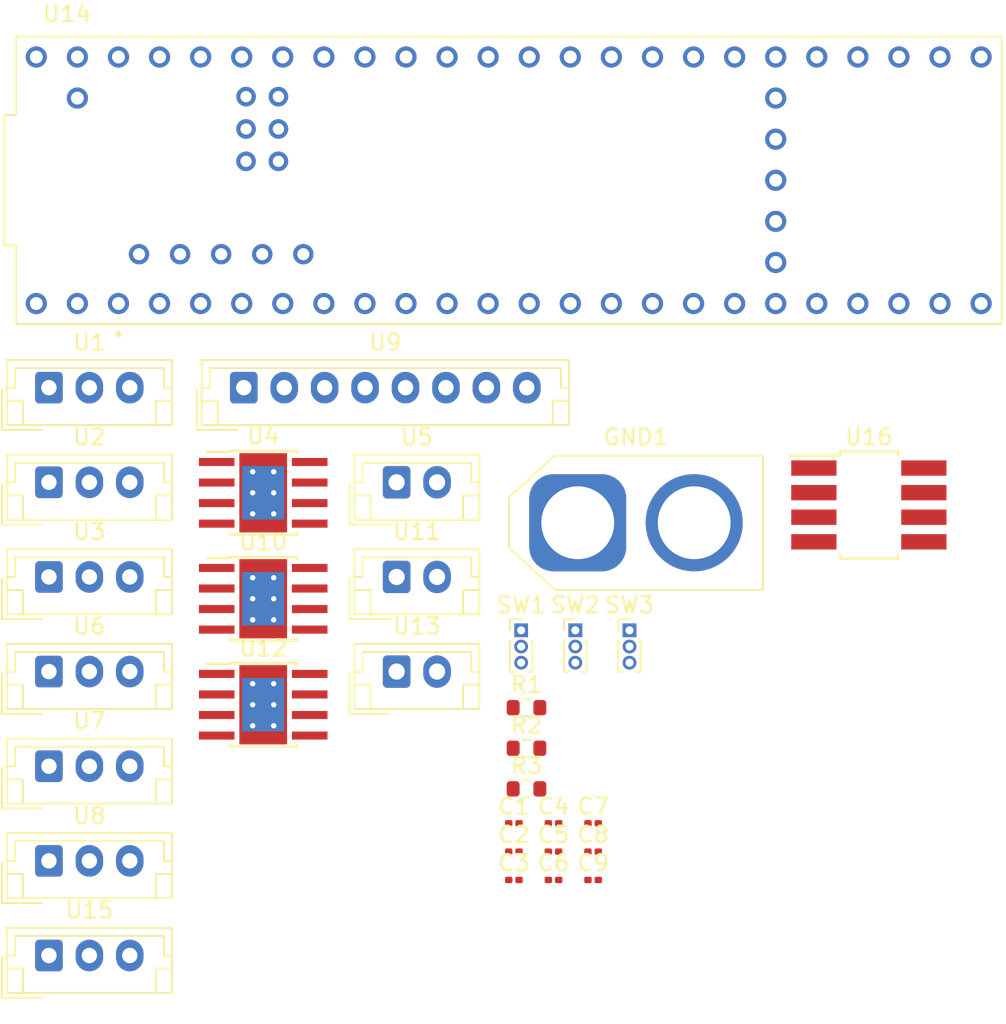
<source format=kicad_pcb>
(kicad_pcb (version 20221018) (generator pcbnew)
  (layers (0 "F.Cu" signal) (31 "B.Cu" signal) (34 "B.Paste" user) (35 "F.Paste" user) (36 "B.SilkS" user "B.Silkscreen") (37 "F.SilkS" user "F.Silkscreen") (38 "B.Mask" user) (39 "F.Mask" user) (44 "Edge.Cuts" user))
  (net 0 "")
  (net 1 "11.1V Converter Source")
  (net 2 "GNDREF")
  (net 3 "Distance Sensor 1 3.3V Power")
  (net 4 "Net-(U16-SPG)")
  (net 5 "Net-(U4-ILIM)")
  (net 6 "Net-(U10-ILIM)")
  (net 7 "Net-(U12-ILIM)")
  (net 8 "SPDT 1 Data")
  (net 9 "SPDT 3.3V Source")
  (net 10 "SPDT 2 Data")
  (net 11 "SPDT 3 Data")
  (net 12 "Distance Sensor Data 1")
  (net 13 "Distance Sensor Data 2")
  (net 14 "Distance Sensor Data 3")
  (net 15 "Motor Driver 1 PWM Low")
  (net 16 "Motor Driver 1 PWM High")
  (net 17 "Net-(U4-OUT1)")
  (net 18 "Net-(U4-OUT2)")
  (net 19 "Line Sensor 1 Data")
  (net 20 "Line Sensor 3 Data")
  (net 21 "Line Sensor 2 Data")
  (net 22 "MPU-6050 5V Power")
  (net 23 "IMU Clock")
  (net 24 "IMU Data")
  (net 29 "Motor Driver 2 PWM Low")
  (net 30 "Motor Driver 2 PWM High")
  (net 31 "Net-(U10-OUT1)")
  (net 32 "Net-(U10-OUT2)")
  (net 33 "Motor Driver 3 PWM Low")
  (net 34 "Motor Driver 3 PWM High")
  (net 35 "Net-(U12-OUT1)")
  (net 36 "Net-(U12-OUT2)")
  (net 49 "Net-(U14-USB_GND-PadUSB_GND1)")
  (net 73 "Start Module Signal")
  (footprint "Capacitor_SMD:C_0201_0603Metric" (layer "F.Cu") (at 66.09 -20.22)
    (fp_text reference "C2" (at 0 -1.05) (layer "F.SilkS"))
    (fp_text value ".1 uF")
    (pad "1" smd roundrect (at -0.32 0) (size 0.46 0.4) (layers "F.Cu" "F.Mask") (net 1 "11.1V Converter Source"))
    (pad "2" smd roundrect (at 0.32 0) (size 0.46 0.4) (layers "F.Cu" "F.Mask") (net 2 "GNDREF"))
  )
  (footprint "Connector_JST:JST_EH_B3B-EH-A_1x03_P2.50mm_Vertical" (layer "F.Cu") (at 37.34 -19.65)
    (fp_text reference "U8" (at 2.5 -2.8) (layer "F.SilkS"))
    (fp_text value "~")
    (fp_line (start -2.91 0.11) (end -2.91 2.61) (stroke (width 0.12)) (layer "F.SilkS"))
    (fp_line (start -2.91 2.61) (end -0.41 2.61) (stroke (width 0.12)) (layer "F.SilkS"))
    (fp_line (start -2.61 -1.71) (end -2.61 2.31) (stroke (width 0.12)) (layer "F.SilkS"))
    (fp_line (start -2.61 0) (end -2.11 0) (stroke (width 0.12)) (layer "F.SilkS"))
    (fp_line (start -2.61 0.81) (end -1.61 0.81) (stroke (width 0.12)) (layer "F.SilkS"))
    (fp_line (start -2.61 2.31) (end 7.61 2.31) (stroke (width 0.12)) (layer "F.SilkS"))
    (fp_line (start -2.11 -1.21) (end 7.11 -1.21) (stroke (width 0.12)) (layer "F.SilkS"))
    (fp_line (start -2.11 0) (end -2.11 -1.21) (stroke (width 0.12)) (layer "F.SilkS"))
    (fp_line (start -1.61 0.81) (end -1.61 2.31) (stroke (width 0.12)) (layer "F.SilkS"))
    (fp_line (start 6.61 0.81) (end 6.61 2.31) (stroke (width 0.12)) (layer "F.SilkS"))
    (fp_line (start 7.11 -1.21) (end 7.11 0) (stroke (width 0.12)) (layer "F.SilkS"))
    (fp_line (start 7.11 0) (end 7.61 0) (stroke (width 0.12)) (layer "F.SilkS"))
    (fp_line (start 7.61 -1.71) (end -2.61 -1.71) (stroke (width 0.12)) (layer "F.SilkS"))
    (fp_line (start 7.61 0.81) (end 6.61 0.81) (stroke (width 0.12)) (layer "F.SilkS"))
    (fp_line (start 7.61 2.31) (end 7.61 -1.71) (stroke (width 0.12)) (layer "F.SilkS"))
    (pad "1" thru_hole roundrect (at 0 0) (size 1.7 1.95) (drill 0.95) (layers "*.Cu" "*.Mask") (roundrect_rratio 0.147059) (net 3 "Distance Sensor 1 3.3V Power"))
    (pad "2" thru_hole oval (at 2.5 0) (size 1.7 1.95) (drill 0.95) (layers "*.Cu" "*.Mask") (net 2 "GNDREF"))
    (pad "3" thru_hole oval (at 5 0) (size 1.7 1.95) (drill 0.95) (layers "*.Cu" "*.Mask") (net 21 "Line Sensor 2 Data"))
  )
  (footprint "Connector_JST:JST_EH_B3B-EH-A_1x03_P2.50mm_Vertical" (layer "F.Cu") (at 37.34 -37.2)
    (fp_text reference "U3" (at 2.5 -2.8) (layer "F.SilkS"))
    (fp_text value "~")
    (fp_line (start -2.91 0.11) (end -2.91 2.61) (stroke (width 0.12)) (layer "F.SilkS"))
    (fp_line (start -2.91 2.61) (end -0.41 2.61) (stroke (width 0.12)) (layer "F.SilkS"))
    (fp_line (start -2.61 -1.71) (end -2.61 2.31) (stroke (width 0.12)) (layer "F.SilkS"))
    (fp_line (start -2.61 0) (end -2.11 0) (stroke (width 0.12)) (layer "F.SilkS"))
    (fp_line (start -2.61 0.81) (end -1.61 0.81) (stroke (width 0.12)) (layer "F.SilkS"))
    (fp_line (start -2.61 2.31) (end 7.61 2.31) (stroke (width 0.12)) (layer "F.SilkS"))
    (fp_line (start -2.11 -1.21) (end 7.11 -1.21) (stroke (width 0.12)) (layer "F.SilkS"))
    (fp_line (start -2.11 0) (end -2.11 -1.21) (stroke (width 0.12)) (layer "F.SilkS"))
    (fp_line (start -1.61 0.81) (end -1.61 2.31) (stroke (width 0.12)) (layer "F.SilkS"))
    (fp_line (start 6.61 0.81) (end 6.61 2.31) (stroke (width 0.12)) (layer "F.SilkS"))
    (fp_line (start 7.11 -1.21) (end 7.11 0) (stroke (width 0.12)) (layer "F.SilkS"))
    (fp_line (start 7.11 0) (end 7.61 0) (stroke (width 0.12)) (layer "F.SilkS"))
    (fp_line (start 7.61 -1.71) (end -2.61 -1.71) (stroke (width 0.12)) (layer "F.SilkS"))
    (fp_line (start 7.61 0.81) (end 6.61 0.81) (stroke (width 0.12)) (layer "F.SilkS"))
    (fp_line (start 7.61 2.31) (end 7.61 -1.71) (stroke (width 0.12)) (layer "F.SilkS"))
    (pad "1" thru_hole roundrect (at 0 0) (size 1.7 1.95) (drill 0.95) (layers "*.Cu" "*.Mask") (roundrect_rratio 0.147059) (net 3 "Distance Sensor 1 3.3V Power"))
    (pad "2" thru_hole oval (at 2.5 0) (size 1.7 1.95) (drill 0.95) (layers "*.Cu" "*.Mask") (net 2 "GNDREF"))
    (pad "3" thru_hole oval (at 5 0) (size 1.7 1.95) (drill 0.95) (layers "*.Cu" "*.Mask") (net 14 "Distance Sensor Data 3"))
  )
  (footprint "Capacitor_SMD:C_0201_0603Metric" (layer "F.Cu") (at 66.09 -21.97)
    (fp_text reference "C1" (at 0 -1.05) (layer "F.SilkS"))
    (fp_text value ".47 uF")
    (pad "1" smd roundrect (at -0.32 0) (size 0.46 0.4) (layers "F.Cu" "F.Mask") (net 1 "11.1V Converter Source"))
    (pad "2" smd roundrect (at 0.32 0) (size 0.46 0.4) (layers "F.Cu" "F.Mask") (net 2 "GNDREF"))
  )
  (footprint "Capacitor_SMD:C_0201_0603Metric" (layer "F.Cu") (at 66.09 -18.47)
    (fp_text reference "C3" (at 0 -1.05) (layer "F.SilkS"))
    (fp_text value ".47 uF")
    (pad "1" smd roundrect (at -0.32 0) (size 0.46 0.4) (layers "F.Cu" "F.Mask") (net 1 "11.1V Converter Source"))
    (pad "2" smd roundrect (at 0.32 0) (size 0.46 0.4) (layers "F.Cu" "F.Mask") (net 2 "GNDREF"))
  )
  (footprint "Package_SO:Texas_HTSOP-8-1EP_3.9x4.9mm_P1.27mm_EP2.95x4.9mm_Mask2.4x3.1mm_ThermalVias" (layer "F.Cu") (at 50.59 -42.4)
    (fp_text reference "U4" (at 0 -3.5) (layer "F.SilkS"))
    (fp_text value "DRV8871DDA")
    (fp_line (start -2.075 -2.575) (end -2.075 -2.525) (stroke (width 0.15)) (layer "F.SilkS"))
    (fp_line (start -2.075 -2.575) (end 2.075 -2.575) (stroke (width 0.15)) (layer "F.SilkS"))
    (fp_line (start -2.075 -2.525) (end -3.475 -2.525) (stroke (width 0.15)) (layer "F.SilkS"))
    (fp_line (start -2.075 2.575) (end -2.075 2.43) (stroke (width 0.15)) (layer "F.SilkS"))
    (fp_line (start -2.075 2.575) (end 2.075 2.575) (stroke (width 0.15)) (layer "F.SilkS"))
    (fp_line (start 2.075 -2.575) (end 2.075 -2.43) (stroke (width 0.15)) (layer "F.SilkS"))
    (fp_line (start 2.075 2.575) (end 2.075 2.43) (stroke (width 0.15)) (layer "F.SilkS"))
    (pad "1" smd rect (at -2.875 -1.905) (size 2.2 0.5) (layers "F.Cu" "F.Paste" "F.Mask") (net 2 "GNDREF"))
    (pad "2" smd rect (at -2.875 -0.635) (size 2.2 0.5) (layers "F.Cu" "F.Paste" "F.Mask") (net 15 "Motor Driver 1 PWM Low"))
    (pad "3" smd rect (at -2.875 0.635) (size 2.2 0.5) (layers "F.Cu" "F.Paste" "F.Mask") (net 16 "Motor Driver 1 PWM High"))
    (pad "4" smd rect (at -2.875 1.905) (size 2.2 0.5) (layers "F.Cu" "F.Paste" "F.Mask") (net 5 "Net-(U4-ILIM)"))
    (pad "5" smd rect (at 2.875 1.905) (size 2.2 0.5) (layers "F.Cu" "F.Paste" "F.Mask") (net 1 "11.1V Converter Source"))
    (pad "6" smd rect (at 2.875 0.635) (size 2.2 0.5) (layers "F.Cu" "F.Paste" "F.Mask") (net 17 "Net-(U4-OUT1)"))
    (pad "7" smd rect (at 2.875 -0.635) (size 2.2 0.5) (layers "F.Cu" "F.Paste" "F.Mask") (net 2 "GNDREF"))
    (pad "8" smd rect (at 2.875 -1.905) (size 2.2 0.5) (layers "F.Cu" "F.Paste" "F.Mask") (net 18 "Net-(U4-OUT2)"))
    (pad "9" thru_hole circle (at -0.65 -1.3) (size 0.63 0.63) (drill 0.33) (layers "*.Cu" "*.Mask"))
    (pad "9" thru_hole circle (at -0.65 0) (size 0.63 0.63) (drill 0.33) (layers "*.Cu" "*.Mask"))
    (pad "9" thru_hole circle (at -0.65 1.3) (size 0.63 0.63) (drill 0.33) (layers "*.Cu" "*.Mask"))
    (pad "9" smd rect (at 0 0) (size 2.6 3.3) (layers "B.Cu"))
    (pad "9" smd rect (at 0 0) (size 2.95 4.9) (layers "F.Cu"))
    (pad "9" thru_hole circle (at 0.65 -1.3) (size 0.63 0.63) (drill 0.33) (layers "*.Cu" "*.Mask"))
    (pad "9" thru_hole circle (at 0.65 0) (size 0.63 0.63) (drill 0.33) (layers "*.Cu" "*.Mask"))
    (pad "9" thru_hole circle (at 0.65 1.3) (size 0.63 0.63) (drill 0.33) (layers "*.Cu" "*.Mask"))
  )
  (footprint "Package_SO:Texas_HTSOP-8-1EP_3.9x4.9mm_P1.27mm_EP2.95x4.9mm_Mask2.4x3.1mm_ThermalVias" (layer "F.Cu") (at 50.59 -35.85)
    (fp_text reference "U10" (at 0 -3.5) (layer "F.SilkS"))
    (fp_text value "DRV8871DDA")
    (fp_line (start -2.075 -2.575) (end -2.075 -2.525) (stroke (width 0.15)) (layer "F.SilkS"))
    (fp_line (start -2.075 -2.575) (end 2.075 -2.575) (stroke (width 0.15)) (layer "F.SilkS"))
    (fp_line (start -2.075 -2.525) (end -3.475 -2.525) (stroke (width 0.15)) (layer "F.SilkS"))
    (fp_line (start -2.075 2.575) (end -2.075 2.43) (stroke (width 0.15)) (layer "F.SilkS"))
    (fp_line (start -2.075 2.575) (end 2.075 2.575) (stroke (width 0.15)) (layer "F.SilkS"))
    (fp_line (start 2.075 -2.575) (end 2.075 -2.43) (stroke (width 0.15)) (layer "F.SilkS"))
    (fp_line (start 2.075 2.575) (end 2.075 2.43) (stroke (width 0.15)) (layer "F.SilkS"))
    (pad "1" smd rect (at -2.875 -1.905) (size 2.2 0.5) (layers "F.Cu" "F.Paste" "F.Mask") (net 2 "GNDREF"))
    (pad "2" smd rect (at -2.875 -0.635) (size 2.2 0.5) (layers "F.Cu" "F.Paste" "F.Mask") (net 29 "Motor Driver 2 PWM Low"))
    (pad "3" smd rect (at -2.875 0.635) (size 2.2 0.5) (layers "F.Cu" "F.Paste" "F.Mask") (net 30 "Motor Driver 2 PWM High"))
    (pad "4" smd rect (at -2.875 1.905) (size 2.2 0.5) (layers "F.Cu" "F.Paste" "F.Mask") (net 6 "Net-(U10-ILIM)"))
    (pad "5" smd rect (at 2.875 1.905) (size 2.2 0.5) (layers "F.Cu" "F.Paste" "F.Mask") (net 1 "11.1V Converter Source"))
    (pad "6" smd rect (at 2.875 0.635) (size 2.2 0.5) (layers "F.Cu" "F.Paste" "F.Mask") (net 31 "Net-(U10-OUT1)"))
    (pad "7" smd rect (at 2.875 -0.635) (size 2.2 0.5) (layers "F.Cu" "F.Paste" "F.Mask") (net 2 "GNDREF"))
    (pad "8" smd rect (at 2.875 -1.905) (size 2.2 0.5) (layers "F.Cu" "F.Paste" "F.Mask") (net 32 "Net-(U10-OUT2)"))
    (pad "9" thru_hole circle (at -0.65 -1.3) (size 0.63 0.63) (drill 0.33) (layers "*.Cu" "*.Mask"))
    (pad "9" thru_hole circle (at -0.65 0) (size 0.63 0.63) (drill 0.33) (layers "*.Cu" "*.Mask"))
    (pad "9" thru_hole circle (at -0.65 1.3) (size 0.63 0.63) (drill 0.33) (layers "*.Cu" "*.Mask"))
    (pad "9" smd rect (at 0 0) (size 2.6 3.3) (layers "B.Cu"))
    (pad "9" smd rect (at 0 0) (size 2.95 4.9) (layers "F.Cu"))
    (pad "9" thru_hole circle (at 0.65 -1.3) (size 0.63 0.63) (drill 0.33) (layers "*.Cu" "*.Mask"))
    (pad "9" thru_hole circle (at 0.65 0) (size 0.63 0.63) (drill 0.33) (layers "*.Cu" "*.Mask"))
    (pad "9" thru_hole circle (at 0.65 1.3) (size 0.63 0.63) (drill 0.33) (layers "*.Cu" "*.Mask"))
  )
  (footprint "Connector_JST:JST_EH_B2B-EH-A_1x02_P2.50mm_Vertical" (layer "F.Cu") (at 58.84 -31.35)
    (fp_text reference "U13" (at 1.25 -2.8) (layer "F.SilkS"))
    (fp_text value "~")
    (fp_line (start -2.91 0.11) (end -2.91 2.61) (stroke (width 0.12)) (layer "F.SilkS"))
    (fp_line (start -2.91 2.61) (end -0.41 2.61) (stroke (width 0.12)) (layer "F.SilkS"))
    (fp_line (start -2.61 -1.71) (end -2.61 2.31) (stroke (width 0.12)) (layer "F.SilkS"))
    (fp_line (start -2.61 0) (end -2.11 0) (stroke (width 0.12)) (layer "F.SilkS"))
    (fp_line (start -2.61 0.81) (end -1.61 0.81) (stroke (width 0.12)) (layer "F.SilkS"))
    (fp_line (start -2.61 2.31) (end 5.11 2.31) (stroke (width 0.12)) (layer "F.SilkS"))
    (fp_line (start -2.11 -1.21) (end 4.61 -1.21) (stroke (width 0.12)) (layer "F.SilkS"))
    (fp_line (start -2.11 0) (end -2.11 -1.21) (stroke (width 0.12)) (layer "F.SilkS"))
    (fp_line (start -1.61 0.81) (end -1.61 2.31) (stroke (width 0.12)) (layer "F.SilkS"))
    (fp_line (start 4.11 0.81) (end 4.11 2.31) (stroke (width 0.12)) (layer "F.SilkS"))
    (fp_line (start 4.61 -1.21) (end 4.61 0) (stroke (width 0.12)) (layer "F.SilkS"))
    (fp_line (start 4.61 0) (end 5.11 0) (stroke (width 0.12)) (layer "F.SilkS"))
    (fp_line (start 5.11 -1.71) (end -2.61 -1.71) (stroke (width 0.12)) (layer "F.SilkS"))
    (fp_line (start 5.11 0.81) (end 4.11 0.81) (stroke (width 0.12)) (layer "F.SilkS"))
    (fp_line (start 5.11 2.31) (end 5.11 -1.71) (stroke (width 0.12)) (layer "F.SilkS"))
    (pad "1" thru_hole roundrect (at 0 0) (size 1.7 2) (drill 1) (layers "*.Cu" "*.Mask") (roundrect_rratio 0.147059) (net 35 "Net-(U12-OUT1)"))
    (pad "2" thru_hole oval (at 2.5 0) (size 1.7 2) (drill 1) (layers "*.Cu" "*.Mask") (net 36 "Net-(U12-OUT2)"))
  )
  (footprint "Resistor_SMD:R_0603_1608Metric" (layer "F.Cu") (at 66.87 -26.61)
    (fp_text reference "R2" (at 0 -1.43) (layer "F.SilkS"))
    (fp_text value "30k")
    (fp_line (start -0.237258 -0.5225) (end 0.237258 -0.5225) (stroke (width 0.12)) (layer "F.SilkS"))
    (fp_line (start -0.237258 0.5225) (end 0.237258 0.5225) (stroke (width 0.12)) (layer "F.SilkS"))
    (pad "1" smd roundrect (at -0.825 0) (size 0.8 0.95) (layers "F.Cu" "F.Paste" "F.Mask") (net 6 "Net-(U10-ILIM)"))
    (pad "2" smd roundrect (at 0.825 0) (size 0.8 0.95) (layers "F.Cu" "F.Paste" "F.Mask") (net 2 "GNDREF"))
  )
  (footprint "Capacitor_SMD:C_0201_0603Metric" (layer "F.Cu") (at 68.54 -18.47)
    (fp_text reference "C6" (at 0 -1.05) (layer "F.SilkS"))
    (fp_text value ".1 uF")
    (pad "1" smd roundrect (at -0.32 0) (size 0.46 0.4) (layers "F.Cu" "F.Mask") (net 1 "11.1V Converter Source"))
    (pad "2" smd roundrect (at 0.32 0) (size 0.46 0.4) (layers "F.Cu" "F.Mask") (net 2 "GNDREF"))
  )
  (footprint "Teensy4.1:MODULE_DEV-16771" (layer "F.Cu") (at 65.77 -61.72)
    (fp_text reference "U14" (at -27.305 -10.295) (layer "F.SilkS"))
    (fp_text value "DEV-16771")
    (fp_line (start -31.18 4.03) (end -31.18 -4.03) (stroke (width 0.127)) (layer "F.SilkS"))
    (fp_line (start -30.48 -8.89) (end -30.48 -4.03) (stroke (width 0.127)) (layer "F.SilkS"))
    (fp_line (start -30.48 -8.89) (end 30.48 -8.89) (stroke (width 0.127)) (layer "F.SilkS"))
    (fp_line (start -30.48 -4.03) (end -31.18 -4.03) (stroke (width 0.127)) (layer "F.SilkS"))
    (fp_line (start -30.48 4.03) (end -31.18 4.03) (stroke (width 0.127)) (layer "F.SilkS"))
    (fp_line (start -30.48 8.89) (end -30.48 4.03) (stroke (width 0.127)) (layer "F.SilkS"))
    (fp_line (start 30.48 -8.89) (end 30.48 8.89) (stroke (width 0.127)) (layer "F.SilkS"))
    (fp_line (start 30.48 8.89) (end -30.48 8.89) (stroke (width 0.127)) (layer "F.SilkS"))
    (fp_circle (center -24.13 9.5) (end -24.03 9.5) (stroke (width 0.2)) (fill none) (layer "F.SilkS"))
    (pad "0" thru_hole circle (at -26.67 7.62) (size 1.308 1.308) (drill 0.8) (layers "*.Cu" "*.Mask"))
    (pad "1" thru_hole circle (at -24.13 7.62) (size 1.308 1.308) (drill 0.8) (layers "*.Cu" "*.Mask"))
    (pad "2" thru_hole circle (at -21.59 7.62) (size 1.308 1.308) (drill 0.8) (layers "*.Cu" "*.Mask"))
    (pad "3" thru_hole circle (at -19.05 7.62) (size 1.308 1.308) (drill 0.8) (layers "*.Cu" "*.Mask"))
    (pad "3.3V_1" thru_hole circle (at 6.35 7.62) (size 1.308 1.308) (drill 0.8) (layers "*.Cu" "*.Mask") (net 9 "SPDT 3.3V Source"))
    (pad "3.3V_2" thru_hole circle (at -24.13 -7.62) (size 1.308 1.308) (drill 0.8) (layers "*.Cu" "*.Mask") (net 9 "SPDT 3.3V Source"))
    (pad "3.3V_3" thru_hole circle (at 16.51 2.54) (size 1.308 1.308) (drill 0.8) (layers "*.Cu" "*.Mask") (net 9 "SPDT 3.3V Source"))
    (pad "4" thru_hole circle (at -16.51 7.62) (size 1.308 1.308) (drill 0.8) (layers "*.Cu" "*.Mask"))
    (pad "5" thru_hole circle (at -13.97 7.62) (size 1.308 1.308) (drill 0.8) (layers "*.Cu" "*.Mask"))
    (pad "5V" thru_hole circle (at -22.86 4.57) (size 1.258 1.258) (drill 0.75) (layers "*.Cu" "*.Mask") (net 22 "MPU-6050 5V Power"))
    (pad "6" thru_hole circle (at -11.43 7.62) (size 1.308 1.308) (drill 0.8) (layers "*.Cu" "*.Mask"))
    (pad "7" thru_hole circle (at -8.89 7.62) (size 1.308 1.308) (drill 0.8) (layers "*.Cu" "*.Mask"))
    (pad "8" thru_hole circle (at -6.35 7.62) (size 1.308 1.308) (drill 0.8) (layers "*.Cu" "*.Mask"))
    (pad "9" thru_hole circle (at -3.81 7.62) (size 1.308 1.308) (drill 0.8) (layers "*.Cu" "*.Mask"))
    (pad "10" thru_hole circle (at -1.27 7.62) (size 1.308 1.308) (drill 0.8) (layers "*.Cu" "*.Mask"))
    (pad "11" thru_hole circle (at 1.27 7.62) (size 1.308 1.308) (drill 0.8) (layers "*.Cu" "*.Mask") (net 33 "Motor Driver 3 PWM Low"))
    (pad "12" thru_hole circle (at 3.81 7.62) (size 1.308 1.308) (drill 0.8) (layers "*.Cu" "*.Mask") (net 34 "Motor Driver 3 PWM High"))
    (pad "13" thru_hole circle (at 3.81 -7.62) (size 1.308 1.308) (drill 0.8) (layers "*.Cu" "*.Mask") (net 12 "Distance Sensor Data 1"))
    (pad "14" thru_hole circle (at 1.27 -7.62) (size 1.308 1.308) (drill 0.8) (layers "*.Cu" "*.Mask") (net 13 "Distance Sensor Data 2"))
    (pad "15" thru_hole circle (at -1.27 -7.62) (size 1.308 1.308) (drill 0.8) (layers "*.Cu" "*.Mask") (net 14 "Distance Sensor Data 3"))
    (pad "16" thru_hole circle (at -3.81 -7.62) (size 1.308 1.308) (drill 0.8) (layers "*.Cu" "*.Mask") (net 23 "IMU Clock"))
    (pad "17" thru_hole circle (at -6.35 -7.62) (size 1.308 1.308) (drill 0.8) (layers "*.Cu" "*.Mask") (net 24 "IMU Data"))
    (pad "18" thru_hole circle (at -8.89 -7.62) (size 1.308 1.308) (drill 0.8) (layers "*.Cu" "*.Mask"))
    (pad "19" thru_hole circle (at -11.43 -7.62) (size 1.308 1.308) (drill 0.8) (layers "*.Cu" "*.Mask"))
    (pad "20" thru_hole circle (at -13.97 -7.62) (size 1.308 1.308) (drill 0.8) (layers "*.Cu" "*.Mask"))
    (pad "21" thru_hole circle (at -16.51 -7.62) (size 1.308 1.308) (drill 0.8) (layers "*.Cu" "*.Mask"))
    (pad "22" thru_hole circle (at -19.05 -7.62) (size 1.308 1.308) (drill 0.8) (layers "*.Cu" "*.Mask"))
    (pad "23" thru_hole circle (at -21.59 -7.62) (size 1.308 1.308) (drill 0.8) (layers "*.Cu" "*.Mask"))
    (pad "24" thru_hole circle (at 8.89 7.62) (size 1.308 1.308) (drill 0.8) (layers "*.Cu" "*.Mask") (net 29 "Motor Driver 2 PWM Low"))
    (pad "25" thru_hole circle (at 11.43 7.62) (size 1.308 1.308) (drill 0.8) (layers "*.Cu" "*.Mask") (net 30 "Motor Driver 2 PWM High"))
    (pad "26" thru_hole circle (at 13.97 7.62) (size 1.308 1.308) (drill 0.8) (layers "*.Cu" "*.Mask") (net 8 "SPDT 1 Data"))
    (pad "27" thru_hole circle (at 16.51 7.62) (size 1.308 1.308) (drill 0.8) (layers "*.Cu" "*.Mask") (net 10 "SPDT 2 Data"))
    (pad "28" thru_hole circle (at 19.05 7.62) (size 1.308 1.308) (drill 0.8) (layers "*.Cu" "*.Mask"))
    (pad "29" thru_hole circle (at 21.59 7.62) (size 1.308 1.308) (drill 0.8) (layers "*.Cu" "*.Mask") (net 15 "Motor Driver 1 PWM Low"))
    (pad "30" thru_hole circle (at 24.13 7.62) (size 1.308 1.308) (drill 0.8) (layers "*.Cu" "*.Mask") (net 21 "Line Sensor 2 Data"))
    (pad "31" thru_hole circle (at 26.67 7.62) (size 1.308 1.308) (drill 0.8) (layers "*.Cu" "*.Mask") (net 20 "Line Sensor 3 Data"))
    (pad "32" thru_hole circle (at 29.21 7.62) (size 1.308 1.308) (drill 0.8) (layers "*.Cu" "*.Mask"))
    (pad "33" thru_hole circle (at 29.21 -7.62) (size 1.308 1.308) (drill 0.8) (layers "*.Cu" "*.Mask"))
    (pad "34" thru_hole circle (at 26.67 -7.62) (size 1.308 1.308) (drill 0.8) (layers "*.Cu" "*.Mask") (net 16 "Motor Driver 1 PWM High"))
    (pad "35" thru_hole circle (at 24.13 -7.62) (size 1.308 1.308) (drill 0.8) (layers "*.Cu" "*.Mask") (net 19 "Line Sensor 1 Data"))
    (pad "36" thru_hole circle (at 21.59 -7.62) (size 1.308 1.308) (drill 0.8) (layers "*.Cu" "*.Mask"))
    (pad "37" thru_hole circle (at 19.05 -7.62) (size 1.308 1.308) (drill 0.8) (layers "*.Cu" "*.Mask"))
    (pad "38" thru_hole circle (at 16.51 -7.62) (size 1.308 1.308) (drill 0.8) (layers "*.Cu" "*.Mask") (net 11 "SPDT 3 Data"))
    (pad "39" thru_hole circle (at 13.97 -7.62) (size 1.308 1.308) (drill 0.8) (layers "*.Cu" "*.Mask"))
    (pad "40" thru_hole circle (at 11.43 -7.62) (size 1.308 1.308) (drill 0.8) (layers "*.Cu" "*.Mask"))
    (pad "41" thru_hole circle (at 8.89 -7.62) (size 1.308 1.308) (drill 0.8) (layers "*.Cu" "*.Mask") (net 73 "Start Module Signal"))
    (pad "D+" thru_hole circle (at -17.78 4.57) (size 1.258 1.258) (drill 0.75) (layers "*.Cu" "*.Mask"))
    (pad "D-" thru_hole circle (at -20.32 4.57) (size 1.258 1.258) (drill 0.75) (layers "*.Cu" "*.Mask"))
    (pad "GND1" thru_hole circle (at -29.21 7.62) (size 1.308 1.308) (drill 0.8) (layers "*.Cu" "*.Mask") (net 2 "GNDREF"))
    (pad "GND2" thru_hole circle (at 6.35 -7.62) (size 1.308 1.308) (drill 0.8) (layers "*.Cu" "*.Mask") (net 2 "GNDREF"))
    (pad "GND3" thru_hole circle (at -26.67 -7.62) (size 1.308 1.308) (drill 0.8) (layers "*.Cu" "*.Mask") (net 2 "GNDREF"))
    (pad "GND4" thru_hole circle (at 16.51 0) (size 1.308 1.308) (drill 0.8) (layers "*.Cu" "*.Mask") (net 2 "GNDREF"))
    (pad "GND5" thru_hole circle (at -14.24 -3.17) (size 1.208 1.208) (drill 0.7) (layers "*.Cu" "*.Mask") (net 2 "GNDREF"))
    (pad "LED" thru_hole circle (at -16.24 -3.17) (size 1.208 1.208) (drill 0.7) (layers "*.Cu" "*.Mask"))
    (pad "ON/OFF" thru_hole circle (at 16.51 -5.08) (size 1.308 1.308) (drill 0.8) (layers "*.Cu" "*.Mask"))
    (pad "PROGRAM" thru_hole circle (at 16.51 -2.54) (size 1.308 1.308) (drill 0.8) (layers "*.Cu" "*.Mask"))
    (pad "R+" thru_hole circle (at -16.24 -5.17) (size 1.208 1.208) (drill 0.7) (layers "*.Cu" "*.Mask"))
    (pad "R-" thru_hole circle (at -14.24 -5.17) (size 1.208 1.208) (drill 0.7) (layers "*.Cu" "*.Mask"))
    (pad "T+" thru_hole circle (at -14.24 -1.17) (size 1.208 1.208) (drill 0.7) (layers "*.Cu" "*.Mask"))
    (pad "T-" thru_hole circle (at -16.24 -1.17) (size 1.208 1.208) (drill 0.7) (layers "*.Cu" "*.Mask"))
    (pad "USB_GND1" thru_hole circle (at -15.24 4.57) (size 1.258 1.258) (drill 0.75) (layers "*.Cu" "*.Mask") (net 49 "Net-(U14-USB_GND-PadUSB_GND1)"))
    (pad "USB_GND2" thru_hole circle (at -12.7 4.57) (size 1.258 1.258) (drill 0.75) (layers "*.Cu" "*.Mask") (net 49 "Net-(U14-USB_GND-PadUSB_GND1)"))
    (pad "VBAT" thru_hole circle (at 16.51 5.08) (size 1.308 1.308) (drill 0.8) (layers "*.Cu" "*.Mask"))
    (pad "VIN" thru_hole circle (at -29.21 -7.62) (size 1.308 1.308) (drill 0.8) (layers "*.Cu" "*.Mask") (net 3 "Distance Sensor 1 3.3V Power"))
    (pad "VUSB" thru_hole circle (at -26.67 -5.08) (size 1.308 1.308) (drill 0.8) (layers "*.Cu" "*.Mask"))
  )
  (footprint "Connector_AMASS:AMASS_XT60-M_1x02_P7.20mm_Vertical" (layer "F.Cu") (at 70.04 -40.55)
    (fp_text reference "GND1" (at 3.6 -5.3 180) (layer "F.SilkS"))
    (fp_text value "11.1V Power Supply")
    (fp_line (start -4.25 -1.6) (end -4.25 1.55) (stroke (width 0.12)) (layer "F.SilkS"))
    (fp_line (start -4.25 1.55) (end -1.4 4.15) (stroke (width 0.12)) (layer "F.SilkS"))
    (fp_line (start -1.4 -4.15) (end -4.25 -1.6) (stroke (width 0.12)) (layer "F.SilkS"))
    (fp_line (start -1.4 4.15) (end 11.45 4.15) (stroke (width 0.12)) (layer "F.SilkS"))
    (fp_line (start 11.45 -4.15) (end -1.4 -4.15) (stroke (width 0.12)) (layer "F.SilkS"))
    (fp_line (start 11.45 4.15) (end 11.45 -4.15) (stroke (width 0.12)) (layer "F.SilkS"))
    (pad "1" thru_hole roundrect (at 0 0) (size 6 6) (drill 4.5) (layers "*.Cu" "*.Mask") (net 2 "GNDREF"))
    (pad "2" thru_hole circle (at 7.2 0) (size 6 6) (drill 4.5) (layers "*.Cu" "*.Mask") (net 1 "11.1V Converter Source"))
  )
  (footprint "Connector_JST:JST_EH_B3B-EH-A_1x03_P2.50mm_Vertical" (layer "F.Cu") (at 37.34 -43.05)
    (fp_text reference "U2" (at 2.5 -2.8) (layer "F.SilkS"))
    (fp_text value "~")
    (fp_line (start -2.91 0.11) (end -2.91 2.61) (stroke (width 0.12)) (layer "F.SilkS"))
    (fp_line (start -2.91 2.61) (end -0.41 2.61) (stroke (width 0.12)) (layer "F.SilkS"))
    (fp_line (start -2.61 -1.71) (end -2.61 2.31) (stroke (width 0.12)) (layer "F.SilkS"))
    (fp_line (start -2.61 0) (end -2.11 0) (stroke (width 0.12)) (layer "F.SilkS"))
    (fp_line (start -2.61 0.81) (end -1.61 0.81) (stroke (width 0.12)) (layer "F.SilkS"))
    (fp_line (start -2.61 2.31) (end 7.61 2.31) (stroke (width 0.12)) (layer "F.SilkS"))
    (fp_line (start -2.11 -1.21) (end 7.11 -1.21) (stroke (width 0.12)) (layer "F.SilkS"))
    (fp_line (start -2.11 0) (end -2.11 -1.21) (stroke (width 0.12)) (layer "F.SilkS"))
    (fp_line (start -1.61 0.81) (end -1.61 2.31) (stroke (width 0.12)) (layer "F.SilkS"))
    (fp_line (start 6.61 0.81) (end 6.61 2.31) (stroke (width 0.12)) (layer "F.SilkS"))
    (fp_line (start 7.11 -1.21) (end 7.11 0) (stroke (width 0.12)) (layer "F.SilkS"))
    (fp_line (start 7.11 0) (end 7.61 0) (stroke (width 0.12)) (layer "F.SilkS"))
    (fp_line (start 7.61 -1.71) (end -2.61 -1.71) (stroke (width 0.12)) (layer "F.SilkS"))
    (fp_line (start 7.61 0.81) (end 6.61 0.81) (stroke (width 0.12)) (layer "F.SilkS"))
    (fp_line (start 7.61 2.31) (end 7.61 -1.71) (stroke (width 0.12)) (layer "F.SilkS"))
    (pad "1" thru_hole roundrect (at 0 0) (size 1.7 1.95) (drill 0.95) (layers "*.Cu" "*.Mask") (roundrect_rratio 0.147059) (net 3 "Distance Sensor 1 3.3V Power"))
    (pad "2" thru_hole oval (at 2.5 0) (size 1.7 1.95) (drill 0.95) (layers "*.Cu" "*.Mask") (net 2 "GNDREF"))
    (pad "3" thru_hole oval (at 5 0) (size 1.7 1.95) (drill 0.95) (layers "*.Cu" "*.Mask") (net 13 "Distance Sensor Data 2"))
  )
  (footprint "Capacitor_SMD:C_0201_0603Metric" (layer "F.Cu") (at 70.99 -20.22)
    (fp_text reference "C8" (at 0 -1.05) (layer "F.SilkS"))
    (fp_text value "10pF")
    (pad "1" smd roundrect (at -0.32 0) (size 0.46 0.4) (layers "F.Cu" "F.Mask") (net 3 "Distance Sensor 1 3.3V Power"))
    (pad "2" smd roundrect (at 0.32 0) (size 0.46 0.4) (layers "F.Cu" "F.Mask") (net 4 "Net-(U16-SPG)"))
  )
  (footprint "Connector_JST:JST_EH_B3B-EH-A_1x03_P2.50mm_Vertical" (layer "F.Cu") (at 37.34 -31.35)
    (fp_text reference "U6" (at 2.5 -2.8) (layer "F.SilkS"))
    (fp_text value "~")
    (fp_line (start -2.91 0.11) (end -2.91 2.61) (stroke (width 0.12)) (layer "F.SilkS"))
    (fp_line (start -2.91 2.61) (end -0.41 2.61) (stroke (width 0.12)) (layer "F.SilkS"))
    (fp_line (start -2.61 -1.71) (end -2.61 2.31) (stroke (width 0.12)) (layer "F.SilkS"))
    (fp_line (start -2.61 0) (end -2.11 0) (stroke (width 0.12)) (layer "F.SilkS"))
    (fp_line (start -2.61 0.81) (end -1.61 0.81) (stroke (width 0.12)) (layer "F.SilkS"))
    (fp_line (start -2.61 2.31) (end 7.61 2.31) (stroke (width 0.12)) (layer "F.SilkS"))
    (fp_line (start -2.11 -1.21) (end 7.11 -1.21) (stroke (width 0.12)) (layer "F.SilkS"))
    (fp_line (start -2.11 0) (end -2.11 -1.21) (stroke (width 0.12)) (layer "F.SilkS"))
    (fp_line (start -1.61 0.81) (end -1.61 2.31) (stroke (width 0.12)) (layer "F.SilkS"))
    (fp_line (start 6.61 0.81) (end 6.61 2.31) (stroke (width 0.12)) (layer "F.SilkS"))
    (fp_line (start 7.11 -1.21) (end 7.11 0) (stroke (width 0.12)) (layer "F.SilkS"))
    (fp_line (start 7.11 0) (end 7.61 0) (stroke (width 0.12)) (layer "F.SilkS"))
    (fp_line (start 7.61 -1.71) (end -2.61 -1.71) (stroke (width 0.12)) (layer "F.SilkS"))
    (fp_line (start 7.61 0.81) (end 6.61 0.81) (stroke (width 0.12)) (layer "F.SilkS"))
    (fp_line (start 7.61 2.31) (end 7.61 -1.71) (stroke (width 0.12)) (layer "F.SilkS"))
    (pad "1" thru_hole roundrect (at 0 0) (size 1.7 1.95) (drill 0.95) (layers "*.Cu" "*.Mask") (roundrect_rratio 0.147059) (net 3 "Distance Sensor 1 3.3V Power"))
    (pad "2" thru_hole oval (at 2.5 0) (size 1.7 1.95) (drill 0.95) (layers "*.Cu" "*.Mask") (net 2 "GNDREF"))
    (pad "3" thru_hole oval (at 5 0) (size 1.7 1.95) (drill 0.95) (layers "*.Cu" "*.Mask") (net 19 "Line Sensor 1 Data"))
  )
  (footprint "Resistor_SMD:R_0603_1608Metric" (layer "F.Cu") (at 66.87 -24.1)
    (fp_text reference "R3" (at 0 -1.43) (layer "F.SilkS"))
    (fp_text value "30k")
    (fp_line (start -0.237258 -0.5225) (end 0.237258 -0.5225) (stroke (width 0.12)) (layer "F.SilkS"))
    (fp_line (start -0.237258 0.5225) (end 0.237258 0.5225) (stroke (width 0.12)) (layer "F.SilkS"))
    (pad "1" smd roundrect (at -0.825 0) (size 0.8 0.95) (layers "F.Cu" "F.Paste" "F.Mask") (net 7 "Net-(U12-ILIM)"))
    (pad "2" smd roundrect (at 0.825 0) (size 0.8 0.95) (layers "F.Cu" "F.Paste" "F.Mask") (net 2 "GNDREF"))
  )
  (footprint "Connector_JST:JST_EH_B8B-EH-A_1x08_P2.50mm_Vertical" (layer "F.Cu") (at 49.39 -48.9)
    (fp_text reference "U9" (at 8.75 -2.8) (layer "F.SilkS"))
    (fp_text value "~")
    (fp_line (start -2.91 0.11) (end -2.91 2.61) (stroke (width 0.12)) (layer "F.SilkS"))
    (fp_line (start -2.91 2.61) (end -0.41 2.61) (stroke (width 0.12)) (layer "F.SilkS"))
    (fp_line (start -2.61 -1.71) (end -2.61 2.31) (stroke (width 0.12)) (layer "F.SilkS"))
    (fp_line (start -2.61 0) (end -2.11 0) (stroke (width 0.12)) (layer "F.SilkS"))
    (fp_line (start -2.61 0.81) (end -1.61 0.81) (stroke (width 0.12)) (layer "F.SilkS"))
    (fp_line (start -2.61 2.31) (end 20.11 2.31) (stroke (width 0.12)) (layer "F.SilkS"))
    (fp_line (start -2.11 -1.21) (end 19.61 -1.21) (stroke (width 0.12)) (layer "F.SilkS"))
    (fp_line (start -2.11 0) (end -2.11 -1.21) (stroke (width 0.12)) (layer "F.SilkS"))
    (fp_line (start -1.61 0.81) (end -1.61 2.31) (stroke (width 0.12)) (layer "F.SilkS"))
    (fp_line (start 19.11 0.81) (end 19.11 2.31) (stroke (width 0.12)) (layer "F.SilkS"))
    (fp_line (start 19.61 -1.21) (end 19.61 0) (stroke (width 0.12)) (layer "F.SilkS"))
    (fp_line (start 19.61 0) (end 20.11 0) (stroke (width 0.12)) (layer "F.SilkS"))
    (fp_line (start 20.11 -1.71) (end -2.61 -1.71) (stroke (width 0.12)) (layer "F.SilkS"))
    (fp_line (start 20.11 0.81) (end 19.11 0.81) (stroke (width 0.12)) (layer "F.SilkS"))
    (fp_line (start 20.11 2.31) (end 20.11 -1.71) (stroke (width 0.12)) (layer "F.SilkS"))
    (pad "1" thru_hole roundrect (at 0 0) (size 1.7 1.95) (drill 0.95) (layers "*.Cu" "*.Mask") (roundrect_rratio 0.147059) (net 22 "MPU-6050 5V Power"))
    (pad "2" thru_hole oval (at 2.5 0) (size 1.7 1.95) (drill 0.95) (layers "*.Cu" "*.Mask") (net 2 "GNDREF"))
    (pad "3" thru_hole oval (at 5 0) (size 1.7 1.95) (drill 0.95) (layers "*.Cu" "*.Mask") (net 23 "IMU Clock"))
    (pad "4" thru_hole oval (at 7.5 0) (size 1.7 1.95) (drill 0.95) (layers "*.Cu" "*.Mask") (net 24 "IMU Data"))
    (pad "5" thru_hole oval (at 10 0) (size 1.7 1.95) (drill 0.95) (layers "*.Cu" "*.Mask"))
    (pad "6" thru_hole oval (at 12.5 0) (size 1.7 1.95) (drill 0.95) (layers "*.Cu" "*.Mask"))
    (pad "7" thru_hole oval (at 15 0) (size 1.7 1.95) (drill 0.95) (layers "*.Cu" "*.Mask"))
    (pad "8" thru_hole oval (at 17.5 0) (size 1.7 1.95) (drill 0.95) (layers "*.Cu" "*.Mask"))
  )
  (footprint "Connector_JST:JST_EH_B3B-EH-A_1x03_P2.50mm_Vertical" (layer "F.Cu") (at 37.34 -25.5)
    (fp_text reference "U7" (at 2.5 -2.8) (layer "F.SilkS"))
    (fp_text value "~")
    (fp_line (start -2.91 0.11) (end -2.91 2.61) (stroke (width 0.12)) (layer "F.SilkS"))
    (fp_line (start -2.91 2.61) (end -0.41 2.61) (stroke (width 0.12)) (layer "F.SilkS"))
    (fp_line (start -2.61 -1.71) (end -2.61 2.31) (stroke (width 0.12)) (layer "F.SilkS"))
    (fp_line (start -2.61 0) (end -2.11 0) (stroke (width 0.12)) (layer "F.SilkS"))
    (fp_line (start -2.61 0.81) (end -1.61 0.81) (stroke (width 0.12)) (layer "F.SilkS"))
    (fp_line (start -2.61 2.31) (end 7.61 2.31) (stroke (width 0.12)) (layer "F.SilkS"))
    (fp_line (start -2.11 -1.21) (end 7.11 -1.21) (stroke (width 0.12)) (layer "F.SilkS"))
    (fp_line (start -2.11 0) (end -2.11 -1.21) (stroke (width 0.12)) (layer "F.SilkS"))
    (fp_line (start -1.61 0.81) (end -1.61 2.31) (stroke (width 0.12)) (layer "F.SilkS"))
    (fp_line (start 6.61 0.81) (end 6.61 2.31) (stroke (width 0.12)) (layer "F.SilkS"))
    (fp_line (start 7.11 -1.21) (end 7.11 0) (stroke (width 0.12)) (layer "F.SilkS"))
    (fp_line (start 7.11 0) (end 7.61 0) (stroke (width 0.12)) (layer "F.SilkS"))
    (fp_line (start 7.61 -1.71) (end -2.61 -1.71) (stroke (width 0.12)) (layer "F.SilkS"))
    (fp_line (start 7.61 0.81) (end 6.61 0.81) (stroke (width 0.12)) (layer "F.SilkS"))
    (fp_line (start 7.61 2.31) (end 7.61 -1.71) (stroke (width 0.12)) (layer "F.SilkS"))
    (pad "1" thru_hole roundrect (at 0 0) (size 1.7 1.95) (drill 0.95) (layers "*.Cu" "*.Mask") (roundrect_rratio 0.147059) (net 3 "Distance Sensor 1 3.3V Power"))
    (pad "2" thru_hole oval (at 2.5 0) (size 1.7 1.95) (drill 0.95) (layers "*.Cu" "*.Mask") (net 2 "GNDREF"))
    (pad "3" thru_hole oval (at 5 0) (size 1.7 1.95) (drill 0.95) (layers "*.Cu" "*.Mask") (net 20 "Line Sensor 3 Data"))
  )
  (footprint "Capacitor_SMD:C_0201_0603Metric" (layer "F.Cu") (at 70.99 -21.97)
    (fp_text reference "C7" (at 0 -1.05) (layer "F.SilkS"))
    (fp_text value "100nF")
    (pad "1" smd roundrect (at -0.32 0) (size 0.46 0.4) (layers "F.Cu" "F.Mask") (net 1 "11.1V Converter Source"))
    (pad "2" smd roundrect (at 0.32 0) (size 0.46 0.4) (layers "F.Cu" "F.Mask") (net 2 "GNDREF"))
  )
  (footprint "Capacitor_SMD:C_0201_0603Metric" (layer "F.Cu") (at 68.54 -21.97)
    (fp_text reference "C4" (at 0 -1.05) (layer "F.SilkS"))
    (fp_text value ".1 uF")
    (pad "1" smd roundrect (at -0.32 0) (size 0.46 0.4) (layers "F.Cu" "F.Mask") (net 1 "11.1V Converter Source"))
    (pad "2" smd roundrect (at 0.32 0) (size 0.46 0.4) (layers "F.Cu" "F.Mask") (net 2 "GNDREF"))
  )
  (footprint "Connector_JST:JST_EH_B2B-EH-A_1x02_P2.50mm_Vertical" (layer "F.Cu") (at 58.84 -37.2)
    (fp_text reference "U11" (at 1.25 -2.8) (layer "F.SilkS"))
    (fp_text value "~")
    (fp_line (start -2.91 0.11) (end -2.91 2.61) (stroke (width 0.12)) (layer "F.SilkS"))
    (fp_line (start -2.91 2.61) (end -0.41 2.61) (stroke (width 0.12)) (layer "F.SilkS"))
    (fp_line (start -2.61 -1.71) (end -2.61 2.31) (stroke (width 0.12)) (layer "F.SilkS"))
    (fp_line (start -2.61 0) (end -2.11 0) (stroke (width 0.12)) (layer "F.SilkS"))
    (fp_line (start -2.61 0.81) (end -1.61 0.81) (stroke (width 0.12)) (layer "F.SilkS"))
    (fp_line (start -2.61 2.31) (end 5.11 2.31) (stroke (width 0.12)) (layer "F.SilkS"))
    (fp_line (start -2.11 -1.21) (end 4.61 -1.21) (stroke (width 0.12)) (layer "F.SilkS"))
    (fp_line (start -2.11 0) (end -2.11 -1.21) (stroke (width 0.12)) (layer "F.SilkS"))
    (fp_line (start -1.61 0.81) (end -1.61 2.31) (stroke (width 0.12)) (layer "F.SilkS"))
    (fp_line (start 4.11 0.81) (end 4.11 2.31) (stroke (width 0.12)) (layer "F.SilkS"))
    (fp_line (start 4.61 -1.21) (end 4.61 0) (stroke (width 0.12)) (layer "F.SilkS"))
    (fp_line (start 4.61 0) (end 5.11 0) (stroke (width 0.12)) (layer "F.SilkS"))
    (fp_line (start 5.11 -1.71) (end -2.61 -1.71) (stroke (width 0.12)) (layer "F.SilkS"))
    (fp_line (start 5.11 0.81) (end 4.11 0.81) (stroke (width 0.12)) (layer "F.SilkS"))
    (fp_line (start 5.11 2.31) (end 5.11 -1.71) (stroke (width 0.12)) (layer "F.SilkS"))
    (pad "1" thru_hole roundrect (at 0 0) (size 1.7 2) (drill 1) (layers "*.Cu" "*.Mask") (roundrect_rratio 0.147059) (net 31 "Net-(U10-OUT1)"))
    (pad "2" thru_hole oval (at 2.5 0) (size 1.7 2) (drill 1) (layers "*.Cu" "*.Mask") (net 32 "Net-(U10-OUT2)"))
  )
  (footprint "Package_SO:Texas_HTSOP-8-1EP_3.9x4.9mm_P1.27mm_EP2.95x4.9mm_Mask2.4x3.1mm_ThermalVias" (layer "F.Cu") (at 50.59 -29.3)
    (fp_text reference "U12" (at 0 -3.5) (layer "F.SilkS"))
    (fp_text value "DRV8871DDA")
    (fp_line (start -2.075 -2.575) (end -2.075 -2.525) (stroke (width 0.15)) (layer "F.SilkS"))
    (fp_line (start -2.075 -2.575) (end 2.075 -2.575) (stroke (width 0.15)) (layer "F.SilkS"))
    (fp_line (start -2.075 -2.525) (end -3.475 -2.525) (stroke (width 0.15)) (layer "F.SilkS"))
    (fp_line (start -2.075 2.575) (end -2.075 2.43) (stroke (width 0.15)) (layer "F.SilkS"))
    (fp_line (start -2.075 2.575) (end 2.075 2.575) (stroke (width 0.15)) (layer "F.SilkS"))
    (fp_line (start 2.075 -2.575) (end 2.075 -2.43) (stroke (width 0.15)) (layer "F.SilkS"))
    (fp_line (start 2.075 2.575) (end 2.075 2.43) (stroke (width 0.15)) (layer "F.SilkS"))
    (pad "1" smd rect (at -2.875 -1.905) (size 2.2 0.5) (layers "F.Cu" "F.Paste" "F.Mask") (net 2 "GNDREF"))
    (pad "2" smd rect (at -2.875 -0.635) (size 2.2 0.5) (layers "F.Cu" "F.Paste" "F.Mask") (net 33 "Motor Driver 3 PWM Low"))
    (pad "3" smd rect (at -2.875 0.635) (size 2.2 0.5) (layers "F.Cu" "F.Paste" "F.Mask") (net 34 "Motor Driver 3 PWM High"))
    (pad "4" smd rect (at -2.875 1.905) (size 2.2 0.5) (layers "F.Cu" "F.Paste" "F.Mask") (net 7 "Net-(U12-ILIM)"))
    (pad "5" smd rect (at 2.875 1.905) (size 2.2 0.5) (layers "F.Cu" "F.Paste" "F.Mask") (net 1 "11.1V Converter Source"))
    (pad "6" smd rect (at 2.875 0.635) (size 2.2 0.5) (layers "F.Cu" "F.Paste" "F.Mask") (net 35 "Net-(U12-OUT1)"))
    (pad "7" smd rect (at 2.875 -0.635) (size 2.2 0.5) (layers "F.Cu" "F.Paste" "F.Mask") (net 2 "GNDREF"))
    (pad "8" smd rect (at 2.875 -1.905) (size 2.2 0.5) (layers "F.Cu" "F.Paste" "F.Mask") (net 36 "Net-(U12-OUT2)"))
    (pad "9" thru_hole circle (at -0.65 -1.3) (size 0.63 0.63) (drill 0.33) (layers "*.Cu" "*.Mask"))
    (pad "9" thru_hole circle (at -0.65 0) (size 0.63 0.63) (drill 0.33) (layers "*.Cu" "*.Mask"))
    (pad "9" thru_hole circle (at -0.65 1.3) (size 0.63 0.63) (drill 0.33) (layers "*.Cu" "*.Mask"))
    (pad "9" smd rect (at 0 0) (size 2.6 3.3) (layers "B.Cu"))
    (pad "9" smd rect (at 0 0) (size 2.95 4.9) (layers "F.Cu"))
    (pad "9" thru_hole circle (at 0.65 -1.3) (size 0.63 0.63) (drill 0.33) (layers "*.Cu" "*.Mask"))
    (pad "9" thru_hole circle (at 0.65 0) (size 0.63 0.63) (drill 0.33) (layers "*.Cu" "*.Mask"))
    (pad "9" thru_hole circle (at 0.65 1.3) (size 0.63 0.63) (drill 0.33) (layers "*.Cu" "*.Mask"))
  )
  (footprint "Capacitor_SMD:C_0201_0603Metric" (layer "F.Cu") (at 68.54 -20.22)
    (fp_text reference "C5" (at 0 -1.05) (layer "F.SilkS"))
    (fp_text value ".47 uF")
    (pad "1" smd roundrect (at -0.32 0) (size 0.46 0.4) (layers "F.Cu" "F.Mask") (net 1 "11.1V Converter Source"))
    (pad "2" smd roundrect (at 0.32 0) (size 0.46 0.4) (layers "F.Cu" "F.Mask") (net 2 "GNDREF"))
  )
  (footprint "Resistor_SMD:R_0603_1608Metric" (layer "F.Cu") (at 66.87 -29.12)
    (fp_text reference "R1" (at 0 -1.43) (layer "F.SilkS"))
    (fp_text value "30k")
    (fp_line (start -0.237258 -0.5225) (end 0.237258 -0.5225) (stroke (width 0.12)) (layer "F.SilkS"))
    (fp_line (start -0.237258 0.5225) (end 0.237258 0.5225) (stroke (width 0.12)) (layer "F.SilkS"))
    (pad "1" smd roundrect (at -0.825 0) (size 0.8 0.95) (layers "F.Cu" "F.Paste" "F.Mask") (net 5 "Net-(U4-ILIM)"))
    (pad "2" smd roundrect (at 0.825 0) (size 0.8 0.95) (layers "F.Cu" "F.Paste" "F.Mask") (net 2 "GNDREF"))
  )
  (footprint "Connector_PinHeader_1.00mm:PinHeader_1x03_P1.00mm_Vertical" (layer "F.Cu") (at 66.54 -33.9)
    (fp_text reference "SW1" (at 0 -1.56) (layer "F.SilkS"))
    (fp_text value "SW_SPDT")
    (fp_line (start -0.695 -0.685) (end 0 -0.685) (stroke (width 0.12)) (layer "F.SilkS"))
    (fp_line (start -0.695 0) (end -0.695 -0.685) (stroke (width 0.12)) (layer "F.SilkS"))
    (fp_line (start -0.695 0.685) (end -0.695 2.56) (stroke (width 0.12)) (layer "F.SilkS"))
    (fp_line (start -0.695 0.685) (end -0.608276 0.685) (stroke (width 0.12)) (layer "F.SilkS"))
    (fp_line (start -0.695 2.56) (end -0.394493 2.56) (stroke (width 0.12)) (layer "F.SilkS"))
    (fp_line (start 0.394493 2.56) (end 0.695 2.56) (stroke (width 0.12)) (layer "F.SilkS"))
    (fp_line (start 0.608276 0.685) (end 0.695 0.685) (stroke (width 0.12)) (layer "F.SilkS"))
    (fp_line (start 0.695 0.685) (end 0.695 2.56) (stroke (width 0.12)) (layer "F.SilkS"))
    (pad "1" thru_hole rect (at 0 0) (size 0.85 0.85) (drill 0.5) (layers "*.Cu" "*.Mask") (net 2 "GNDREF"))
    (pad "2" thru_hole oval (at 0 1) (size 0.85 0.85) (drill 0.5) (layers "*.Cu" "*.Mask") (net 8 "SPDT 1 Data"))
    (pad "3" thru_hole oval (at 0 2) (size 0.85 0.85) (drill 0.5) (layers "*.Cu" "*.Mask") (net 9 "SPDT 3.3V Source"))
  )
  (footprint "Connector_PinHeader_1.00mm:PinHeader_1x03_P1.00mm_Vertical" (layer "F.Cu") (at 69.89 -33.9)
    (fp_text reference "SW2" (at 0 -1.56) (layer "F.SilkS"))
    (fp_text value "SW_SPDT")
    (fp_line (start -0.695 -0.685) (end 0 -0.685) (stroke (width 0.12)) (layer "F.SilkS"))
    (fp_line (start -0.695 0) (end -0.695 -0.685) (stroke (width 0.12)) (layer "F.SilkS"))
    (fp_line (start -0.695 0.685) (end -0.695 2.56) (stroke (width 0.12)) (layer "F.SilkS"))
    (fp_line (start -0.695 0.685) (end -0.608276 0.685) (stroke (width 0.12)) (layer "F.SilkS"))
    (fp_line (start -0.695 2.56) (end -0.394493 2.56) (stroke (width 0.12)) (layer "F.SilkS"))
    (fp_line (start 0.394493 2.56) (end 0.695 2.56) (stroke (width 0.12)) (layer "F.SilkS"))
    (fp_line (start 0.608276 0.685) (end 0.695 0.685) (stroke (width 0.12)) (layer "F.SilkS"))
    (fp_line (start 0.695 0.685) (end 0.695 2.56) (stroke (width 0.12)) (layer "F.SilkS"))
    (pad "1" thru_hole rect (at 0 0) (size 0.85 0.85) (drill 0.5) (layers "*.Cu" "*.Mask") (net 2 "GNDREF"))
    (pad "2" thru_hole oval (at 0 1) (size 0.85 0.85) (drill 0.5) (layers "*.Cu" "*.Mask") (net 10 "SPDT 2 Data"))
    (pad "3" thru_hole oval (at 0 2) (size 0.85 0.85) (drill 0.5) (layers "*.Cu" "*.Mask") (net 9 "SPDT 3.3V Source"))
  )
  (footprint "Connector_JST:JST_EH_B3B-EH-A_1x03_P2.50mm_Vertical" (layer "F.Cu") (at 37.34 -13.8)
    (fp_text reference "U15" (at 2.5 -2.8) (layer "F.SilkS"))
    (fp_text value "~")
    (fp_line (start -2.91 0.11) (end -2.91 2.61) (stroke (width 0.12)) (layer "F.SilkS"))
    (fp_line (start -2.91 2.61) (end -0.41 2.61) (stroke (width 0.12)) (layer "F.SilkS"))
    (fp_line (start -2.61 -1.71) (end -2.61 2.31) (stroke (width 0.12)) (layer "F.SilkS"))
    (fp_line (start -2.61 0) (end -2.11 0) (stroke (width 0.12)) (layer "F.SilkS"))
    (fp_line (start -2.61 0.81) (end -1.61 0.81) (stroke (width 0.12)) (layer "F.SilkS"))
    (fp_line (start -2.61 2.31) (end 7.61 2.31) (stroke (width 0.12)) (layer "F.SilkS"))
    (fp_line (start -2.11 -1.21) (end 7.11 -1.21) (stroke (width 0.12)) (layer "F.SilkS"))
    (fp_line (start -2.11 0) (end -2.11 -1.21) (stroke (width 0.12)) (layer "F.SilkS"))
    (fp_line (start -1.61 0.81) (end -1.61 2.31) (stroke (width 0.12)) (layer "F.SilkS"))
    (fp_line (start 6.61 0.81) (end 6.61 2.31) (stroke (width 0.12)) (layer "F.SilkS"))
    (fp_line (start 7.11 -1.21) (end 7.11 0) (stroke (width 0.12)) (layer "F.SilkS"))
    (fp_line (start 7.11 0) (end 7.61 0) (stroke (width 0.12)) (layer "F.SilkS"))
    (fp_line (start 7.61 -1.71) (end -2.61 -1.71) (stroke (width 0.12)) (layer "F.SilkS"))
    (fp_line (start 7.61 0.81) (end 6.61 0.81) (stroke (width 0.12)) (layer "F.SilkS"))
    (fp_line (start 7.61 2.31) (end 7.61 -1.71) (stroke (width 0.12)) (layer "F.SilkS"))
    (pad "1" thru_hole roundrect (at 0 0) (size 1.7 1.95) (drill 0.95) (layers "*.Cu" "*.Mask") (roundrect_rratio 0.147059) (net 3 "Distance Sensor 1 3.3V Power"))
    (pad "2" thru_hole oval (at 2.5 0) (size 1.7 1.95) (drill 0.95) (layers "*.Cu" "*.Mask") (net 2 "GNDREF"))
    (pad "3" thru_hole oval (at 5 0) (size 1.7 1.95) (drill 0.95) (layers "*.Cu" "*.Mask") (net 73 "Start Module Signal"))
  )
  (footprint "Capacitor_SMD:C_0201_0603Metric" (layer "F.Cu") (at 70.99 -18.47)
    (fp_text reference "C9" (at 0 -1.05) (layer "F.SilkS"))
    (fp_text value "1uF")
    (pad "1" smd roundrect (at -0.32 0) (size 0.46 0.4) (layers "F.Cu" "F.Mask") (net 3 "Distance Sensor 1 3.3V Power"))
    (pad "2" smd roundrect (at 0.32 0) (size 0.46 0.4) (layers "F.Cu" "F.Mask") (net 2 "GNDREF"))
  )
  (footprint "Connector_JST:JST_EH_B2B-EH-A_1x02_P2.50mm_Vertical" (layer "F.Cu") (at 58.84 -43.05)
    (fp_text reference "U5" (at 1.25 -2.8) (layer "F.SilkS"))
    (fp_text value "~")
    (fp_line (start -2.91 0.11) (end -2.91 2.61) (stroke (width 0.12)) (layer "F.SilkS"))
    (fp_line (start -2.91 2.61) (end -0.41 2.61) (stroke (width 0.12)) (layer "F.SilkS"))
    (fp_line (start -2.61 -1.71) (end -2.61 2.31) (stroke (width 0.12)) (layer "F.SilkS"))
    (fp_line (start -2.61 0) (end -2.11 0) (stroke (width 0.12)) (layer "F.SilkS"))
    (fp_line (start -2.61 0.81) (end -1.61 0.81) (stroke (width 0.12)) (layer "F.SilkS"))
    (fp_line (start -2.61 2.31) (end 5.11 2.31) (stroke (width 0.12)) (layer "F.SilkS"))
    (fp_line (start -2.11 -1.21) (end 4.61 -1.21) (stroke (width 0.12)) (layer "F.SilkS"))
    (fp_line (start -2.11 0) (end -2.11 -1.21) (stroke (width 0.12)) (layer "F.SilkS"))
    (fp_line (start -1.61 0.81) (end -1.61 2.31) (stroke (width 0.12)) (layer "F.SilkS"))
    (fp_line (start 4.11 0.81) (end 4.11 2.31) (stroke (width 0.12)) (layer "F.SilkS"))
    (fp_line (start 4.61 -1.21) (end 4.61 0) (stroke (width 0.12)) (layer "F.SilkS"))
    (fp_line (start 4.61 0) (end 5.11 0) (stroke (width 0.12)) (layer "F.SilkS"))
    (fp_line (start 5.11 -1.71) (end -2.61 -1.71) (stroke (width 0.12)) (layer "F.SilkS"))
    (fp_line (start 5.11 0.81) (end 4.11 0.81) (stroke (width 0.12)) (layer "F.SilkS"))
    (fp_line (start 5.11 2.31) (end 5.11 -1.71) (stroke (width 0.12)) (layer "F.SilkS"))
    (pad "1" thru_hole roundrect (at 0 0) (size 1.7 2) (drill 1) (layers "*.Cu" "*.Mask") (roundrect_rratio 0.147059) (net 17 "Net-(U4-OUT1)"))
    (pad "2" thru_hole oval (at 2.5 0) (size 1.7 2) (drill 1) (layers "*.Cu" "*.Mask") (net 18 "Net-(U4-OUT2)"))
  )
  (footprint "Package_SO:Zetex_SM8" (layer "F.Cu") (at 88.04 -41.65)
    (fp_text reference "U16" (at 0 -4.2) (layer "F.SilkS"))
    (fp_text value "~")
    (fp_line (start -1.81 -3.31) (end -1.81 -3.05) (stroke (width 0.15)) (layer "F.SilkS"))
    (fp_line (start -1.81 -3.31) (end 1.81 -3.31) (stroke (width 0.15)) (layer "F.SilkS"))
    (fp_line (start -1.81 -3.05) (end -4.9 -3.05) (stroke (width 0.15)) (layer "F.SilkS"))
    (fp_line (start -1.81 3.31) (end -1.81 3.05) (stroke (width 0.15)) (layer "F.SilkS"))
    (fp_line (start -1.81 3.31) (end 1.81 3.31) (stroke (width 0.15)) (layer "F.SilkS"))
    (fp_line (start 1.81 -3.31) (end 1.81 -3.05) (stroke (width 0.15)) (layer "F.SilkS"))
    (fp_line (start 1.81 3.31) (end 1.81 3.05) (stroke (width 0.15)) (layer "F.SilkS"))
    (pad "1" smd rect (at -3.4 -2.28) (size 2.8 0.95) (layers "F.Cu" "F.Paste" "F.Mask"))
    (pad "2" smd rect (at -3.4 -0.76) (size 2.8 0.95) (layers "F.Cu" "F.Paste" "F.Mask") (net 2 "GNDREF"))
    (pad "3" smd rect (at -3.4 0.76) (size 2.8 0.95) (layers "F.Cu" "F.Paste" "F.Mask") (net 1 "11.1V Converter Source"))
    (pad "4" smd rect (at -3.4 2.28) (size 2.8 0.95) (layers "F.Cu" "F.Paste" "F.Mask"))
    (pad "5" smd rect (at 3.4 2.28) (size 2.8 0.95) (layers "F.Cu" "F.Paste" "F.Mask") (net 3 "Distance Sensor 1 3.3V Power"))
    (pad "6" smd rect (at 3.4 0.76) (size 2.8 0.95) (layers "F.Cu" "F.Paste" "F.Mask"))
    (pad "7" smd rect (at 3.4 -0.76) (size 2.8 0.95) (layers "F.Cu" "F.Paste" "F.Mask") (net 2 "GNDREF"))
    (pad "8" smd rect (at 3.4 -2.28) (size 2.8 0.95) (layers "F.Cu" "F.Paste" "F.Mask") (net 4 "Net-(U16-SPG)"))
  )
  (footprint "Connector_JST:JST_EH_B3B-EH-A_1x03_P2.50mm_Vertical" (layer "F.Cu") (at 37.34 -48.9)
    (fp_text reference "U1" (at 2.5 -2.8) (layer "F.SilkS"))
    (fp_text value "~")
    (fp_line (start -2.91 0.11) (end -2.91 2.61) (stroke (width 0.12)) (layer "F.SilkS"))
    (fp_line (start -2.91 2.61) (end -0.41 2.61) (stroke (width 0.12)) (layer "F.SilkS"))
    (fp_line (start -2.61 -1.71) (end -2.61 2.31) (stroke (width 0.12)) (layer "F.SilkS"))
    (fp_line (start -2.61 0) (end -2.11 0) (stroke (width 0.12)) (layer "F.SilkS"))
    (fp_line (start -2.61 0.81) (end -1.61 0.81) (stroke (width 0.12)) (layer "F.SilkS"))
    (fp_line (start -2.61 2.31) (end 7.61 2.31) (stroke (width 0.12)) (layer "F.SilkS"))
    (fp_line (start -2.11 -1.21) (end 7.11 -1.21) (stroke (width 0.12)) (layer "F.SilkS"))
    (fp_line (start -2.11 0) (end -2.11 -1.21) (stroke (width 0.12)) (layer "F.SilkS"))
    (fp_line (start -1.61 0.81) (end -1.61 2.31) (stroke (width 0.12)) (layer "F.SilkS"))
    (fp_line (start 6.61 0.81) (end 6.61 2.31) (stroke (width 0.12)) (layer "F.SilkS"))
    (fp_line (start 7.11 -1.21) (end 7.11 0) (stroke (width 0.12)) (layer "F.SilkS"))
    (fp_line (start 7.11 0) (end 7.61 0) (stroke (width 0.12)) (layer "F.SilkS"))
    (fp_line (start 7.61 -1.71) (end -2.61 -1.71) (stroke (width 0.12)) (layer "F.SilkS"))
    (fp_line (start 7.61 0.81) (end 6.61 0.81) (stroke (width 0.12)) (layer "F.SilkS"))
    (fp_line (start 7.61 2.31) (end 7.61 -1.71) (stroke (width 0.12)) (layer "F.SilkS"))
    (pad "1" thru_hole roundrect (at 0 0) (size 1.7 1.95) (drill 0.95) (layers "*.Cu" "*.Mask") (roundrect_rratio 0.147059) (net 3 "Distance Sensor 1 3.3V Power"))
    (pad "2" thru_hole oval (at 2.5 0) (size 1.7 1.95) (drill 0.95) (layers "*.Cu" "*.Mask") (net 2 "GNDREF"))
    (pad "3" thru_hole oval (at 5 0) (size 1.7 1.95) (drill 0.95) (layers "*.Cu" "*.Mask") (net 12 "Distance Sensor Data 1"))
  )
  (footprint "Connector_PinHeader_1.00mm:PinHeader_1x03_P1.00mm_Vertical" (layer "F.Cu") (at 73.24 -33.9)
    (fp_text reference "SW3" (at 0 -1.56) (layer "F.SilkS"))
    (fp_text value "SW_SPDT")
    (fp_line (start -0.695 -0.685) (end 0 -0.685) (stroke (width 0.12)) (layer "F.SilkS"))
    (fp_line (start -0.695 0) (end -0.695 -0.685) (stroke (width 0.12)) (layer "F.SilkS"))
    (fp_line (start -0.695 0.685) (end -0.695 2.56) (stroke (width 0.12)) (layer "F.SilkS"))
    (fp_line (start -0.695 0.685) (end -0.608276 0.685) (stroke (width 0.12)) (layer "F.SilkS"))
    (fp_line (start -0.695 2.56) (end -0.394493 2.56) (stroke (width 0.12)) (layer "F.SilkS"))
    (fp_line (start 0.394493 2.56) (end 0.695 2.56) (stroke (width 0.12)) (layer "F.SilkS"))
    (fp_line (start 0.608276 0.685) (end 0.695 0.685) (stroke (width 0.12)) (layer "F.SilkS"))
    (fp_line (start 0.695 0.685) (end 0.695 2.56) (stroke (width 0.12)) (layer "F.SilkS"))
    (pad "1" thru_hole rect (at 0 0) (size 0.85 0.85) (drill 0.5) (layers "*.Cu" "*.Mask") (net 2 "GNDREF"))
    (pad "2" thru_hole oval (at 0 1) (size 0.85 0.85) (drill 0.5) (layers "*.Cu" "*.Mask") (net 11 "SPDT 3 Data"))
    (pad "3" thru_hole oval (at 0 2) (size 0.85 0.85) (drill 0.5) (layers "*.Cu" "*.Mask") (net 9 "SPDT 3.3V Source"))
  )
)
</source>
